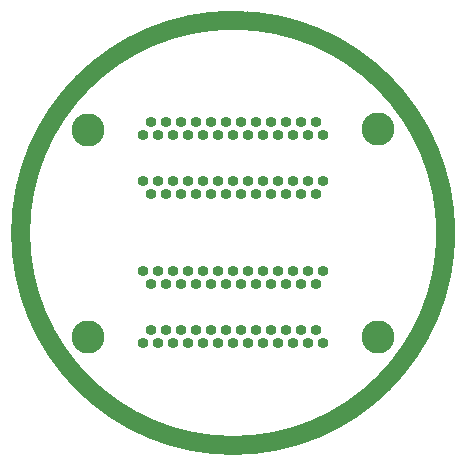
<source format=gbs>
G04 #@! TF.GenerationSoftware,KiCad,Pcbnew,(6.0.5)*
G04 #@! TF.CreationDate,2022-09-27T11:09:55-06:00*
G04 #@! TF.ProjectId,Double_MicroD_25_Gateway,446f7562-6c65-45f4-9d69-63726f445f32,rev?*
G04 #@! TF.SameCoordinates,Original*
G04 #@! TF.FileFunction,Soldermask,Bot*
G04 #@! TF.FilePolarity,Negative*
%FSLAX46Y46*%
G04 Gerber Fmt 4.6, Leading zero omitted, Abs format (unit mm)*
G04 Created by KiCad (PCBNEW (6.0.5)) date 2022-09-27 11:09:55*
%MOMM*%
%LPD*%
G01*
G04 APERTURE LIST*
%ADD10C,1.600000*%
%ADD11O,0.920000X0.920000*%
%ADD12C,2.800000*%
G04 APERTURE END LIST*
D10*
X18000000Y0D02*
G75*
G03*
X18000000Y0I-18000000J0D01*
G01*
D11*
X-7620000Y4350000D03*
X-6350000Y4350000D03*
X-5080000Y4350000D03*
X-3810000Y4350000D03*
X-2540000Y4350000D03*
X-1270000Y4350000D03*
X0Y4350000D03*
X1270000Y4350000D03*
X2540000Y4350000D03*
X3810000Y4350000D03*
X5080000Y4350000D03*
X6350000Y4350000D03*
X7620000Y4350000D03*
X-6985000Y3250000D03*
X-5715000Y3250000D03*
X-4445000Y3250000D03*
X-3175000Y3250000D03*
X-1905000Y3250000D03*
X-635000Y3250000D03*
X635000Y3250000D03*
X1905000Y3250000D03*
X3175000Y3250000D03*
X4445000Y3250000D03*
X5715000Y3250000D03*
X6985000Y3250000D03*
X-7620000Y-3250000D03*
X-6350000Y-3250000D03*
X-5080000Y-3250000D03*
X-3810000Y-3250000D03*
X-2540000Y-3250000D03*
X-1270000Y-3250000D03*
X0Y-3250000D03*
X1270000Y-3250000D03*
X2540000Y-3250000D03*
X3810000Y-3250000D03*
X5080000Y-3250000D03*
X6350000Y-3250000D03*
X7620000Y-3250000D03*
X-6985000Y-4350000D03*
X-5715000Y-4350000D03*
X-4445000Y-4350000D03*
X-3175000Y-4350000D03*
X-1905000Y-4350000D03*
X-635000Y-4350000D03*
X635000Y-4350000D03*
X1905000Y-4350000D03*
X3175000Y-4350000D03*
X4445000Y-4350000D03*
X5715000Y-4350000D03*
X6985000Y-4350000D03*
X-7620000Y8250000D03*
X-6350000Y8250000D03*
X-5080000Y8250000D03*
X-3810000Y8250000D03*
X-2540000Y8250000D03*
X-1270000Y8250000D03*
X0Y8250000D03*
X1270000Y8250000D03*
X2540000Y8250000D03*
X3810000Y8250000D03*
X5080000Y8250000D03*
X6350000Y8250000D03*
X7620000Y8250000D03*
X-6985000Y9350000D03*
X-5715000Y9350000D03*
X-4445000Y9350000D03*
X-3175000Y9350000D03*
X-1905000Y9350000D03*
X-635000Y9350000D03*
X635000Y9350000D03*
X1905000Y9350000D03*
X3175000Y9350000D03*
X4445000Y9350000D03*
X5715000Y9350000D03*
X6985000Y9350000D03*
D12*
X12275000Y8800000D03*
X-12275000Y8740000D03*
D11*
X-7620000Y-9350000D03*
X-6350000Y-9350000D03*
X-5080000Y-9350000D03*
X-3810000Y-9350000D03*
X-2540000Y-9350000D03*
X-1270000Y-9350000D03*
X0Y-9350000D03*
X1270000Y-9350000D03*
X2540000Y-9350000D03*
X3810000Y-9350000D03*
X5080000Y-9350000D03*
X6350000Y-9350000D03*
X7620000Y-9350000D03*
X-6985000Y-8250000D03*
X-5715000Y-8250000D03*
X-4445000Y-8250000D03*
X-3175000Y-8250000D03*
X-1905000Y-8250000D03*
X-635000Y-8250000D03*
X635000Y-8250000D03*
X1905000Y-8250000D03*
X3175000Y-8250000D03*
X4445000Y-8250000D03*
X5715000Y-8250000D03*
X6985000Y-8250000D03*
D12*
X-12275000Y-8860000D03*
X12275000Y-8800000D03*
M02*

</source>
